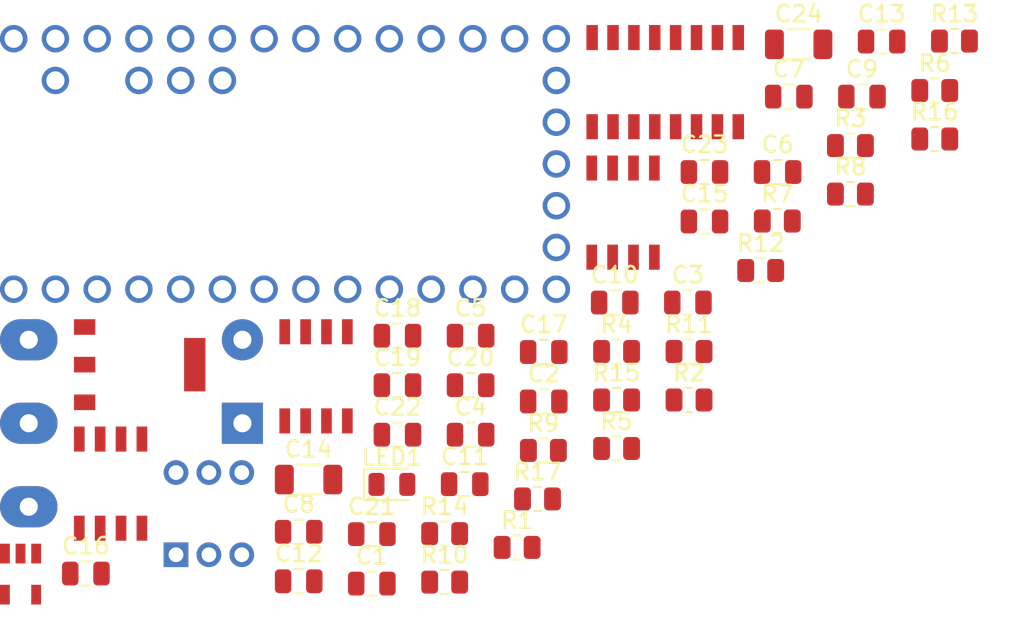
<source format=kicad_pcb>
(kicad_pcb (version 20211014) (generator pcbnew)
  (layers (0 "F.Cu" signal) (31 "B.Cu" signal) (34 "B.Paste" user) (35 "F.Paste" user) (36 "B.SilkS" user "B.Silkscreen") (37 "F.SilkS" user "F.Silkscreen") (38 "B.Mask" user) (39 "F.Mask" user) (44 "Edge.Cuts" user))
  (net 0 "")
  (net 1 "+5")
  (net 2 "/WORKING")
  (net 4 "Net-(IC2-Pad9)")
  (net 5 "Net-(IC2-Pad10)")
  (net 6 "Net-(IC2-Pad11)")
  (net 39 "/COUNTER")
  (net 40 "/REFERENCE")
  (net 44 "Net-(JP1-Pad1)")
  (net 45 "Net-(JP1-Pad2)")
  (footprint "Resistor_SMD:R_0805_2012Metric" (layer "F.Cu") (at 166.32 107.02)
    (fp_text reference "R1" (at 0 -1.65) (layer "F.SilkS"))
    (fp_text value "0805 25.5k")
    (fp_line (start -0.227064 -0.735) (end 0.227064 -0.735) (layer "F.SilkS") (width 0.12))
    (fp_line (start -0.227064 0.735) (end 0.227064 0.735) (layer "F.SilkS") (width 0.12))
    (pad "1" smd roundrect (at -0.9125 0) (size 1.025 1.4) (layers "F.Cu" "F.Paste" "F.Mask") (roundrect_rratio 0.243902) (net 1 "+5"))
    (pad "2" smd roundrect (at 0.9125 0) (size 1.025 1.4) (layers "F.Cu" "F.Paste" "F.Mask") (roundrect_rratio 0.243902) (net 1 "+5"))
  )
  (footprint "Resistor_SMD:R_0805_2012Metric" (layer "F.Cu") (at 172.37 101)
    (fp_text reference "R5" (at 0 -1.65) (layer "F.SilkS"))
    (fp_text value "0805 25.5k")
    (fp_line (start -0.227064 -0.735) (end 0.227064 -0.735) (layer "F.SilkS") (width 0.12))
    (fp_line (start -0.227064 0.735) (end 0.227064 0.735) (layer "F.SilkS") (width 0.12))
    (pad "1" smd roundrect (at -0.9125 0) (size 1.025 1.4) (layers "F.Cu" "F.Paste" "F.Mask") (roundrect_rratio 0.243902) (net 1 "+5"))
    (pad "2" smd roundrect (at 0.9125 0) (size 1.025 1.4) (layers "F.Cu" "F.Paste" "F.Mask") (roundrect_rratio 0.243902) (net 1 "+5"))
  )
  (footprint "Capacitor_SMD:C_0805_2012Metric" (layer "F.Cu") (at 172.26 92.12)
    (fp_text reference "C10" (at 0 -1.68) (layer "F.SilkS"))
    (fp_text value "0805 1u 50v")
    (fp_line (start -0.261252 0.735) (end 0.261252 0.735) (layer "F.SilkS") (width 0.12))
    (fp_line (start -0.261252 -0.735) (end 0.261252 -0.735) (layer "F.SilkS") (width 0.12))
    (pad "1" smd roundrect (at -0.95 0) (size 1 1.45) (layers "F.Cu" "F.Paste" "F.Mask") (net 1 "+5"))
    (pad "2" smd roundrect (at 0.95 0) (size 1 1.45) (layers "F.Cu" "F.Paste" "F.Mask") (net 1 "+5"))
  )
  (footprint "PCBlibrary:SOIC127P600X175-16N" (layer "F.Cu") (at 175.33 78.70952)
    (fp_text reference "IC2" hide)
    (fp_text value "MAX4617ESE+" hide)
    (pad "1" smd rect (at 4.445 -2.71202 270) (size 1.525 0.7) (layers "F.Cu") (net 1 "+5"))
    (pad "2" smd rect (at 3.175 -2.71202 270) (size 1.525 0.7) (layers "F.Cu") (net 1 "+5"))
    (pad "3" smd rect (at 1.905 -2.71202 270) (size 1.525 0.7) (layers "F.Cu") (net 2 "/WORKING"))
    (pad "4" smd rect (at 0.635 -2.71202 270) (size 1.525 0.7) (layers "F.Cu") (net 1 "+5"))
    (pad "5" smd rect (at -0.635 -2.71202 270) (size 1.525 0.7) (layers "F.Cu") (net 1 "+5"))
    (pad "6" smd rect (at -1.905 -2.71202 270) (size 1.525 0.7) (layers "F.Cu") (net 1 "+5"))
    (pad "7" smd rect (at -3.175 -2.71202 270) (size 1.525 0.7) (layers "F.Cu"))
    (pad "8" smd rect (at -4.445 -2.71202 270) (size 1.525 0.7) (layers "F.Cu") (net 1 "+5"))
    (pad "9" smd rect (at -4.445 2.712 270) (size 1.525 0.7) (layers "F.Cu") (net 4 "Net-(IC2-Pad9)"))
    (pad "10" smd rect (at -3.175 2.712 270) (size 1.525 0.7) (layers "F.Cu") (net 5 "Net-(IC2-Pad10)"))
    (pad "11" smd rect (at -1.905 2.712 270) (size 1.525 0.7) (layers "F.Cu") (net 6 "Net-(IC2-Pad11)"))
    (pad "12" smd rect (at -0.635 2.712 270) (size 1.525 0.7) (layers "F.Cu") (net 1 "+5"))
    (pad "13" smd rect (at 0.635 2.712 270) (size 1.525 0.7) (layers "F.Cu") (net 1 "+5"))
    (pad "14" smd rect (at 1.905 2.712 270) (size 1.525 0.7) (layers "F.Cu") (net 1 "+5"))
    (pad "15" smd rect (at 3.175 2.712 270) (size 1.525 0.7) (layers "F.Cu") (net 1 "+5"))
    (pad "16" smd rect (at 4.445 2.712 270) (size 1.525 0.7) (layers "F.Cu") (net 1 "+5"))
  )
  (footprint "Capacitor_SMD:C_0805_2012Metric" (layer "F.Cu") (at 153.03 109.08)
    (fp_text reference "C12" (at 0 -1.68) (layer "F.SilkS"))
    (fp_text value "0805 200p 50v")
    (fp_line (start -0.261252 -0.735) (end 0.261252 -0.735) (layer "F.SilkS") (width 0.12))
    (fp_line (start -0.261252 0.735) (end 0.261252 0.735) (layer "F.SilkS") (width 0.12))
    (pad "1" smd roundrect (at -0.95 0) (size 1 1.45) (layers "F.Cu" "F.Paste" "F.Mask") (net 1 "+5"))
    (pad "2" smd roundrect (at 0.95 0) (size 1 1.45) (layers "F.Cu" "F.Paste" "F.Mask") (net 1 "+5"))
  )
  (footprint "Capacitor_SMD:C_1206_3216Metric" (layer "F.Cu") (at 183.45 76.41)
    (fp_text reference "C24" (at 0 -1.85) (layer "F.SilkS"))
    (fp_text value "1206 47u 16v")
    (fp_line (start -0.711252 0.91) (end 0.711252 0.91) (layer "F.SilkS") (width 0.12))
    (fp_line (start -0.711252 -0.91) (end 0.711252 -0.91) (layer "F.SilkS") (width 0.12))
    (pad "1" smd roundrect (at -1.475 0) (size 1.15 1.8) (layers "F.Cu" "F.Paste" "F.Mask") (roundrect_rratio 0.217391) (net 1 "+5"))
    (pad "2" smd roundrect (at 1.475 0) (size 1.15 1.8) (layers "F.Cu" "F.Paste" "F.Mask") (roundrect_rratio 0.217391) (net 1 "+5"))
  )
  (footprint "Resistor_SMD:R_0805_2012Metric" (layer "F.Cu") (at 182.15 87.16)
    (fp_text reference "R7" (at 0 -1.65) (layer "F.SilkS"))
    (fp_text value "0805 25.5k")
    (fp_line (start -0.227064 0.735) (end 0.227064 0.735) (layer "F.SilkS") (width 0.12))
    (fp_line (start -0.227064 -0.735) (end 0.227064 -0.735) (layer "F.SilkS") (width 0.12))
    (pad "1" smd roundrect (at -0.9125 0) (size 1.025 1.4) (layers "F.Cu" "F.Paste" "F.Mask") (roundrect_rratio 0.243902) (net 1 "+5"))
    (pad "2" smd roundrect (at 0.9125 0) (size 1.025 1.4) (layers "F.Cu" "F.Paste" "F.Mask") (roundrect_rratio 0.243902) (net 1 "+5"))
  )
  (footprint "PCBlibrary:SOIC127P600X175-8N" (layer "F.Cu") (at 172.765 86.64952)
    (fp_text reference "IC1" hide)
    (fp_text value "LMP7702MA_NOPB" hide)
    (pad "1" smd rect (at -1.905 2.712 90) (size 1.525 0.65) (layers "F.Cu") (net 1 "+5"))
    (pad "2" smd rect (at -0.635 2.712 90) (size 1.525 0.65) (layers "F.Cu") (net 1 "+5"))
    (pad "3" smd rect (at 0.635 2.712 90) (size 1.525 0.65) (layers "F.Cu") (net 1 "+5"))
    (pad "4" smd rect (at 1.905 2.712 90) (size 1.525 0.65) (layers "F.Cu") (net 1 "+5"))
    (pad "5" smd rect (at 1.905 -2.71202 90) (size 1.525 0.65) (layers "F.Cu") (net 1 "+5"))
    (pad "6" smd rect (at 0.635 -2.71202 90) (size 1.525 0.65) (layers "F.Cu") (net 1 "+5"))
    (pad "7" smd rect (at -0.635 -2.71202 90) (size 1.525 0.65) (layers "F.Cu") (net 1 "+5"))
    (pad "8" smd rect (at -1.905 -2.71202 90) (size 1.525 0.65) (layers "F.Cu") (net 1 "+5"))
  )
  (footprint "PCBlibrary:SOT95P280X145-5N" (layer "F.Cu") (at 136.10501 108.64498)
    (fp_text reference "PS1" hide)
    (fp_text value "TPS60403DBVR" hide)
    (pad "1" smd rect (at 0.95001 -1.24998 270) (size 1.2 0.6) (layers "F.Cu") (net 1 "+5"))
    (pad "2" smd rect (at 0 -1.24998 270) (size 1.2 0.6) (layers "F.Cu") (net 1 "+5"))
    (pad "3" smd rect (at -0.95001 -1.24998 270) (size 1.2 0.6) (layers "F.Cu") (net 1 "+5"))
    (pad "4" smd rect (at -0.95001 1.24998 270) (size 1.2 0.6) (layers "F.Cu") (net 1 "+5"))
    (pad "5" smd rect (at 0.95001 1.24998 270) (size 1.2 0.6) (layers "F.Cu") (net 1 "+5"))
  )
  (footprint "Capacitor_SMD:C_0805_2012Metric" (layer "F.Cu") (at 177.72 87.19)
    (fp_text reference "C15" (at 0 -1.68) (layer "F.SilkS"))
    (fp_text value "0805 20p 50v")
    (fp_line (start -0.261252 0.735) (end 0.261252 0.735) (layer "F.SilkS") (width 0.12))
    (fp_line (start -0.261252 -0.735) (end 0.261252 -0.735) (layer "F.SilkS") (width 0.12))
    (pad "1" smd roundrect (at -0.95 0) (size 1 1.45) (layers "F.Cu" "F.Paste" "F.Mask") (net 1 "+5"))
    (pad "2" smd roundrect (at 0.95 0) (size 1 1.45) (layers "F.Cu" "F.Paste" "F.Mask") (net 1 "+5"))
  )
  (footprint "Resistor_SMD:R_0805_2012Metric" (layer "F.Cu") (at 172.37 98.05)
    (fp_text reference "R15" (at 0 -1.65) (layer "F.SilkS"))
    (fp_text value "0805 3M")
    (fp_line (start -0.227064 -0.735) (end 0.227064 -0.735) (layer "F.SilkS") (width 0.12))
    (fp_line (start -0.227064 0.735) (end 0.227064 0.735) (layer "F.SilkS") (width 0.12))
    (pad "1" smd roundrect (at -0.9125 0) (size 1.025 1.4) (layers "F.Cu" "F.Paste" "F.Mask") (roundrect_rratio 0.243902) (net 1 "+5"))
    (pad "2" smd roundrect (at 0.9125 0) (size 1.025 1.4) (layers "F.Cu" "F.Paste" "F.Mask") (roundrect_rratio 0.243902) (net 1 "+5"))
  )
  (footprint "PCBlibrary:SOT229P700X180-4N" (layer "F.Cu") (at 143.35501 95.90003)
    (fp_text reference "IC3" hide)
    (fp_text value "AMS1117-5.0" hide)
    (pad "1" smd rect (at -3.35001 -2.29003) (size 1.3 0.95) (layers "F.Cu") (net 1 "+5"))
    (pad "2" smd rect (at -3.35001 -0.00001) (size 1.3 0.95) (layers "F.Cu") (net 1 "+5"))
    (pad "3" smd rect (at -3.35001 2.29) (size 1.3 0.95) (layers "F.Cu") (net 1 "+5"))
    (pad "4" smd rect (at 3.35001 -0.00001 90) (size 3.25 1.3) (layers "F.Cu"))
  )
  (footprint "Resistor_SMD:R_0805_2012Metric" (layer "F.Cu") (at 167.56 104.07)
    (fp_text reference "R17" (at 0 -1.65) (layer "F.SilkS"))
    (fp_text value "0805 100M")
    (fp_line (start -0.227064 0.735) (end 0.227064 0.735) (layer "F.SilkS") (width 0.12))
    (fp_line (start -0.227064 -0.735) (end 0.227064 -0.735) (layer "F.SilkS") (width 0.12))
    (pad "1" smd roundrect (at -0.9125 0) (size 1.025 1.4) (layers "F.Cu" "F.Paste" "F.Mask") (roundrect_rratio 0.243902) (net 1 "+5"))
    (pad "2" smd roundrect (at 0.9125 0) (size 1.025 1.4) (layers "F.Cu" "F.Paste" "F.Mask") (roundrect_rratio 0.243902) (net 1 "+5"))
  )
  (footprint "Capacitor_SMD:C_0805_2012Metric" (layer "F.Cu") (at 188.5 76.24)
    (fp_text reference "C13" (at 0 -1.68) (layer "F.SilkS"))
    (fp_text value "0805 100n 50v")
    (fp_line (start -0.261252 -0.735) (end 0.261252 -0.735) (layer "F.SilkS") (width 0.12))
    (fp_line (start -0.261252 0.735) (end 0.261252 0.735) (layer "F.SilkS") (width 0.12))
    (pad "1" smd roundrect (at -0.95 0) (size 1 1.45) (layers "F.Cu" "F.Paste" "F.Mask") (net 1 "+5"))
    (pad "2" smd roundrect (at 0.95 0) (size 1 1.45) (layers "F.Cu" "F.Paste" "F.Mask") (net 1 "+5"))
  )
  (footprint "Capacitor_SMD:C_0805_2012Metric" (layer "F.Cu") (at 159.04 94.14)
    (fp_text reference "C18" (at 0 -1.68) (layer "F.SilkS"))
    (fp_text value "0805 100n 50v")
    (fp_line (start -0.261252 -0.735) (end 0.261252 -0.735) (layer "F.SilkS") (width 0.12))
    (fp_line (start -0.261252 0.735) (end 0.261252 0.735) (layer "F.SilkS") (width 0.12))
    (pad "1" smd roundrect (at -0.95 0) (size 1 1.45) (layers "F.Cu" "F.Paste" "F.Mask") (net 1 "+5"))
    (pad "2" smd roundrect (at 0.95 0) (size 1 1.45) (layers "F.Cu" "F.Paste" "F.Mask") (net 1 "+5"))
  )
  (footprint "PCBlibrary:KFT DIP-7X7" (layer "F.Cu") (at 147.56499 104.96502)
    (fp_text reference "SW1" hide)
    (fp_text value "KET_7X7" hide)
    (pad "1" thru_hole rect (at -1.99999 2.50002 270) (size 1.5 1.5) (drill 0.9) (layers *.Cu))
    (pad "2" thru_hole circle (at 0 2.50002 270) (size 1.5 1.5) (drill 0.9) (layers *.Cu) (net 1 "+5"))
    (pad "3" thru_hole circle (at 2 2.50002 270) (size 1.5 1.5) (drill 0.9) (layers *.Cu) (net 44 "Net-(JP1-Pad1)"))
    (pad "4" thru_hole circle (at 2 -2.50002 270) (size 1.5 1.5) (drill 0.9) (layers *.Cu) (net 45 "Net-(JP1-Pad2)"))
    (pad "5" thru_hole circle (at 0 -2.50002 270) (size 1.5 1.5) (drill 0.9) (layers *.Cu) (net 1 "+5"))
    (pad "6" thru_hole circle (at -1.99999 -2.50002 270) (size 1.5 1.5) (drill 0.9) (layers *.Cu))
  )
  (footprint "Resistor_SMD:R_0805_2012Metric" (layer "F.Cu") (at 172.37 95.1)
    (fp_text reference "R4" (at 0 -1.65) (layer "F.SilkS"))
    (fp_text value "0805 25.5k")
    (fp_line (start -0.227064 -0.735) (end 0.227064 -0.735) (layer "F.SilkS") (width 0.12))
    (fp_line (start -0.227064 0.735) (end 0.227064 0.735) (layer "F.SilkS") (width 0.12))
    (pad "1" smd roundrect (at -0.9125 0) (size 1.025 1.4) (layers "F.Cu" "F.Paste" "F.Mask") (roundrect_rratio 0.243902) (net 1 "+5"))
    (pad "2" smd roundrect (at 0.9125 0) (size 1.025 1.4) (layers "F.Cu" "F.Paste" "F.Mask") (roundrect_rratio 0.243902) (net 1 "+5"))
  )
  (footprint "Capacitor_SMD:C_0805_2012Metric" (layer "F.Cu") (at 163.49 100.16)
    (fp_text reference "C4" (at 0 -1.68) (layer "F.SilkS"))
    (fp_text value "0603 200p 50v")
    (fp_line (start -0.261252 -0.735) (end 0.261252 -0.735) (layer "F.SilkS") (width 0.12))
    (fp_line (start -0.261252 0.735) (end 0.261252 0.735) (layer "F.SilkS") (width 0.12))
    (pad "1" smd roundrect (at -0.95 0) (size 1 1.45) (layers "F.Cu" "F.Paste" "F.Mask") (net 1 "+5"))
    (pad "2" smd roundrect (at 0.95 0) (size 1 1.45) (layers "F.Cu" "F.Paste" "F.Mask") (net 1 "+5"))
  )
  (footprint "Resistor_SMD:R_0805_2012Metric" (layer "F.Cu") (at 191.73 82.17)
    (fp_text reference "R16" (at 0 -1.65) (layer "F.SilkS"))
    (fp_text value "0805 25.5k")
    (fp_line (start -0.227064 -0.735) (end 0.227064 -0.735) (layer "F.SilkS") (width 0.12))
    (fp_line (start -0.227064 0.735) (end 0.227064 0.735) (layer "F.SilkS") (width 0.12))
    (pad "1" smd roundrect (at -0.9125 0) (size 1.025 1.4) (layers "F.Cu" "F.Paste" "F.Mask") (roundrect_rratio 0.243902) (net 1 "+5"))
    (pad "2" smd roundrect (at 0.9125 0) (size 1.025 1.4) (layers "F.Cu" "F.Paste" "F.Mask") (roundrect_rratio 0.243902) (net 1 "+5"))
  )
  (footprint "Resistor_SMD:R_0805_2012Metric" (layer "F.Cu") (at 192.93 76.21)
    (fp_text reference "R13" (at 0 -1.65) (layer "F.SilkS"))
    (fp_text value "0805 300k")
    (fp_line (start -0.227064 0.735) (end 0.227064 0.735) (layer "F.SilkS") (width 0.12))
    (fp_line (start -0.227064 -0.735) (end 0.227064 -0.735) (layer "F.SilkS") (width 0.12))
    (pad "1" smd roundrect (at -0.9125 0) (size 1.025 1.4) (layers "F.Cu" "F.Paste" "F.Mask") (roundrect_rratio 0.243902) (net 1 "+5"))
    (pad "2" smd roundrect (at 0.9125 0) (size 1.025 1.4) (layers "F.Cu" "F.Paste" "F.Mask") (roundrect_rratio 0.243902) (net 1 "+5"))
  )
  (footprint "Resistor_SMD:R_0805_2012Metric" (layer "F.Cu") (at 167.92 101.12)
    (fp_text reference "R9" (at 0 -1.65) (layer "F.SilkS"))
    (fp_text value "0 ohme")
    (fp_line (start -0.227064 0.735) (end 0.227064 0.735) (layer "F.SilkS") (width 0.12))
    (fp_line (start -0.227064 -0.735) (end 0.227064 -0.735) (layer "F.SilkS") (width 0.12))
    (pad "1" smd roundrect (at -0.9125 0) (size 1.025 1.4) (layers "F.Cu" "F.Paste" "F.Mask") (roundrect_rratio 0.243902) (net 1 "+5"))
    (pad "2" smd roundrect (at 0.9125 0) (size 1.025 1.4) (layers "F.Cu" "F.Paste" "F.Mask") (roundrect_rratio 0.243902) (net 1 "+5"))
  )
  (footprint "Capacitor_SMD:C_0805_2012Metric" (layer "F.Cu") (at 153.03 106.07)
    (fp_text reference "C8" (at 0 -1.68) (layer "F.SilkS"))
    (fp_text value "0805 100n 50v")
    (fp_line (start -0.261252 0.735) (end 0.261252 0.735) (layer "F.SilkS") (width 0.12))
    (fp_line (start -0.261252 -0.735) (end 0.261252 -0.735) (layer "F.SilkS") (width 0.12))
    (pad "1" smd roundrect (at -0.95 0) (size 1 1.45) (layers "F.Cu" "F.Paste" "F.Mask") (net 1 "+5"))
    (pad "2" smd roundrect (at 0.95 0) (size 1 1.45) (layers "F.Cu" "F.Paste" "F.Mask") (net 1 "+5"))
  )
  (footprint "Capacitor_SMD:C_0805_2012Metric" (layer "F.Cu") (at 163.49 97.15)
    (fp_text reference "C20" (at 0 -1.68) (layer "F.SilkS"))
    (fp_text value "0805 1u 50v")
    (fp_line (start -0.261252 -0.735) (end 0.261252 -0.735) (layer "F.SilkS") (width 0.12))
    (fp_line (start -0.261252 0.735) (end 0.261252 0.735) (layer "F.SilkS") (width 0.12))
    (pad "1" smd roundrect (at -0.95 0) (size 1 1.45) (layers "F.Cu" "F.Paste" "F.Mask") (net 1 "+5"))
    (pad "2" smd roundrect (at 0.95 0) (size 1 1.45) (layers "F.Cu" "F.Paste" "F.Mask") (net 1 "+5"))
  )
  (footprint "Capacitor_SMD:C_0805_2012Metric" (layer "F.Cu") (at 140.08 108.61)
    (fp_text reference "C16" (at 0 -1.68) (layer "F.SilkS"))
    (fp_text value "0805 1u 50v")
    (fp_line (start -0.261252 -0.735) (end 0.261252 -0.735) (layer "F.SilkS") (width 0.12))
    (fp_line (start -0.261252 0.735) (end 0.261252 0.735) (layer "F.SilkS") (width 0.12))
    (pad "1" smd roundrect (at -0.95 0) (size 1 1.45) (layers "F.Cu" "F.Paste" "F.Mask") (net 1 "+5"))
    (pad "2" smd roundrect (at 0.95 0) (size 1 1.45) (layers "F.Cu" "F.Paste" "F.Mask") (net 1 "+5"))
  )
  (footprint "Capacitor_SMD:C_0805_2012Metric" (layer "F.Cu") (at 177.72 84.18)
    (fp_text reference "C23" (at 0 -1.68) (layer "F.SilkS"))
    (fp_text value "0805 1u 50v")
    (fp_line (start -0.261252 -0.735) (end 0.261252 -0.735) (layer "F.SilkS") (width 0.12))
    (fp_line (start -0.261252 0.735) (end 0.261252 0.735) (layer "F.SilkS") (width 0.12))
    (pad "1" smd roundrect (at -0.95 0) (size 1 1.45) (layers "F.Cu" "F.Paste" "F.Mask") (net 1 "+5"))
    (pad "2" smd roundrect (at 0.95 0) (size 1 1.45) (layers "F.Cu" "F.Paste" "F.Mask") (net 1 "+5"))
  )
  (footprint "Capacitor_SMD:C_0805_2012Metric" (layer "F.Cu") (at 167.94 98.14)
    (fp_text reference "C2" (at 0 -1.68) (layer "F.SilkS"))
    (fp_text value "0805 100n 50v")
    (fp_line (start -0.261252 0.735) (end 0.261252 0.735) (layer "F.SilkS") (width 0.12))
    (fp_line (start -0.261252 -0.735) (end 0.261252 -0.735) (layer "F.SilkS") (width 0.12))
    (pad "1" smd roundrect (at -0.95 0) (size 1 1.45) (layers "F.Cu" "F.Paste" "F.Mask") (net 1 "+5"))
    (pad "2" smd roundrect (at 0.95 0) (size 1 1.45) (layers "F.Cu" "F.Paste" "F.Mask") (net 1 "+5"))
  )
  (footprint "Resistor_SMD:R_0805_2012Metric" (layer "F.Cu") (at 191.73 79.22)
    (fp_text reference "R6" (at 0 -1.65) (layer "F.SilkS"))
    (fp_text value "0805 25.5")
    (fp_line (start -0.227064 0.735) (end 0.227064 0.735) (layer "F.SilkS") (width 0.12))
    (fp_line (start -0.227064 -0.735) (end 0.227064 -0.735) (layer "F.SilkS") (width 0.12))
    (pad "1" smd roundrect (at -0.9125 0) (size 1.025 1.4) (layers "F.Cu" "F.Paste" "F.Mask") (roundrect_rratio 0.243902) (net 1 "+5"))
    (pad "2" smd roundrect (at 0.9125 0) (size 1.025 1.4) (layers "F.Cu" "F.Paste" "F.Mask") (roundrect_rratio 0.243902) (net 1 "+5"))
  )
  (footprint "Capacitor_SMD:C_0805_2012Metric" (layer "F.Cu") (at 182.17 84.18)
    (fp_text reference "C6" (at 0 -1.68) (layer "F.SilkS"))
    (fp_text value "0603 200p 50v")
    (fp_line (start -0.261252 -0.735) (end 0.261252 -0.735) (layer "F.SilkS") (width 0.12))
    (fp_line (start -0.261252 0.735) (end 0.261252 0.735) (layer "F.SilkS") (width 0.12))
    (pad "1" smd roundrect (at -0.95 0) (size 1 1.45) (layers "F.Cu" "F.Paste" "F.Mask") (net 1 "+5"))
    (pad "2" smd roundrect (at 0.95 0) (size 1 1.45) (layers "F.Cu" "F.Paste" "F.Mask") (net 1 "+5"))
  )
  (footprint "Capacitor_SMD:C_0805_2012Metric" (layer "F.Cu") (at 163.49 94.14)
    (fp_text reference "C5" (at 0 -1.68) (layer "F.SilkS"))
    (fp_text value "0805 100n 50v")
    (fp_line (start -0.261252 0.735) (end 0.261252 0.735) (layer "F.SilkS") (width 0.12))
    (fp_line (start -0.261252 -0.735) (end 0.261252 -0.735) (layer "F.SilkS") (width 0.12))
    (pad "1" smd roundrect (at -0.95 0) (size 1 1.45) (layers "F.Cu" "F.Paste" "F.Mask") (net 1 "+5"))
    (pad "2" smd roundrect (at 0.95 0) (size 1 1.45) (layers "F.Cu" "F.Paste" "F.Mask") (net 1 "+5"))
  )
  (footprint "Resistor_SMD:R_0805_2012Metric" (layer "F.Cu") (at 186.6 82.57)
    (fp_text reference "R3" (at 0 -1.65) (layer "F.SilkS"))
    (fp_text value "0805 25.5k")
    (fp_line (start -0.227064 -0.735) (end 0.227064 -0.735) (layer "F.SilkS") (width 0.12))
    (fp_line (start -0.227064 0.735) (end 0.227064 0.735) (layer "F.SilkS") (width 0.12))
    (pad "1" smd roundrect (at -0.9125 0) (size 1.025 1.4) (layers "F.Cu" "F.Paste" "F.Mask") (roundrect_rratio 0.243902) (net 1 "+5"))
    (pad "2" smd roundrect (at 0.9125 0) (size 1.025 1.4) (layers "F.Cu" "F.Paste" "F.Mask") (roundrect_rratio 0.243902) (net 1 "+5"))
  )
  (footprint "Capacitor_SMD:C_0805_2012Metric" (layer "F.Cu") (at 187.3 79.59)
    (fp_text reference "C9" (at 0 -1.68) (layer "F.SilkS"))
    (fp_text value "0805 2n 50v")
    (fp_line (start -0.261252 -0.735) (end 0.261252 -0.735) (layer "F.SilkS") (width 0.12))
    (fp_line (start -0.261252 0.735) (end 0.261252 0.735) (layer "F.SilkS") (width 0.12))
    (pad "1" smd roundrect (at -0.95 0) (size 1 1.45) (layers "F.Cu" "F.Paste" "F.Mask") (net 1 "+5"))
    (pad "2" smd roundrect (at 0.95 0) (size 1 1.45) (layers "F.Cu" "F.Paste" "F.Mask") (net 1 "+5"))
  )
  (footprint "Resistor_SMD:R_0805_2012Metric" (layer "F.Cu") (at 181.14 90.17)
    (fp_text reference "R12" (at 0 -1.65) (layer "F.SilkS"))
    (fp_text value "0805 25.5k")
    (fp_line (start -0.227064 0.735) (end 0.227064 0.735) (layer "F.SilkS") (width 0.12))
    (fp_line (start -0.227064 -0.735) (end 0.227064 -0.735) (layer "F.SilkS") (width 0.12))
    (pad "1" smd roundrect (at -0.9125 0) (size 1.025 1.4) (layers "F.Cu" "F.Paste" "F.Mask") (roundrect_rratio 0.243902) (net 1 "+5"))
    (pad "2" smd roundrect (at 0.9125 0) (size 1.025 1.4) (layers "F.Cu" "F.Paste" "F.Mask") (roundrect_rratio 0.243902) (net 1 "+5"))
  )
  (footprint "Capacitor_SMD:C_0805_2012Metric" (layer "F.Cu") (at 182.85 79.59)
    (fp_text reference "C7" (at 0 -1.68) (layer "F.SilkS"))
    (fp_text value "0805 56n 50v")
    (fp_line (start -0.261252 -0.735) (end 0.261252 -0.735) (layer "F.SilkS") (width 0.12))
    (fp_line (start -0.261252 0.735) (end 0.261252 0.735) (layer "F.SilkS") (width 0.12))
    (pad "1" smd roundrect (at -0.95 0) (size 1 1.45) (layers "F.Cu" "F.Paste" "F.Mask") (net 1 "+5"))
    (pad "2" smd roundrect (at 0.95 0) (size 1 1.45) (layers "F.Cu" "F.Paste" "F.Mask") (net 1 "+5"))
  )
  (footprint "LED_SMD:LED_0805_2012Metric" (layer "F.Cu") (at 158.7 103.185)
    (fp_text reference "LED1" (at 0 -1.65) (layer "F.SilkS"))
    (fp_text value "0805 红色")
    (fp_line (start 1 -0.96) (end -1.685 -0.96) (layer "F.SilkS") (width 0.12))
    (fp_line (start -1.685 -0.96) (end -1.685 0.96) (layer "F.SilkS") (width 0.12))
    (fp_line (start -1.685 0.96) (end 1 0.96) (layer "F.SilkS") (width 0.12))
    (pad "1" smd roundrect (at -0.9375 0) (size 0.975 1.4) (layers "F.Cu" "F.Paste" "F.Mask") (net 1 "+5"))
    (pad "2" smd roundrect (at 0.9375 0) (size 0.975 1.4) (layers "F.Cu" "F.Paste" "F.Mask") (net 1 "+5"))
  )
  (footprint "PCBlibrary:SOIC127P600X175-8N" (layer "F.Cu") (at 141.585 103.13952)
    (fp_text reference "IC6" hide)
    (fp_text value "LMP7721MA_NOPB" hide)
    (pad "1" smd rect (at -1.905 2.712 90) (size 1.525 0.65) (layers "F.Cu") (net 1 "+5"))
    (pad "2" smd rect (at -0.635 2.712 90) (size 1.525 0.65) (layers "F.Cu"))
    (pad "3" smd rect (at 0.635 2.712 90) (size 1.525 0.65) (layers "F.Cu") (net 1 "+5"))
    (pad "4" smd rect (at 1.905 2.712 90) (size 1.525 0.65) (layers "F.Cu") (net 1 "+5"))
    (pad "5" smd rect (at 1.905 -2.71202 90) (size 1.525 0.65) (layers "F.Cu"))
    (pad "6" smd rect (at 0.635 -2.71202 90) (size 1.525 0.65) (layers "F.Cu") (net 1 "+5"))
    (pad "7" smd rect (at -0.635 -2.71202 90) (size 1.525 0.65) (layers "F.Cu"))
    (pad "8" smd rect (at -1.905 -2.71202 90) (size 1.525 0.65) (layers "F.Cu") (net 2 "/WORKING"))
  )
  (footprint "PCBlibrary:KF128-5.08-3P" (layer "F.Cu") (at 136.605 99.46501)
    (fp_text reference "JP2" hide)
    (fp_text value " " hide)
    (pad "1" thru_hole oval (at 0 -5.08001 90) (size 2.5 3.5) (drill 1.1) (layers *.Cu) (net 2 "/WORKING"))
    (pad "2" thru_hole oval (at 0 -0.00001 90) (size 2.5 3.5) (drill 1.1) (layers *.Cu) (net 39 "/COUNTER"))
    (pad "3" thru_hole oval (at 0 5.07999 90) (size 2.5 3.5) (drill 1.1) (layers *.Cu) (net 40 "/REFERENCE"))
  )
  (footprint "PCBlibrary:SOIC127P600X175-8N" (layer "F.Cu") (at 154.085 96.60952)
    (fp_text reference "IC5" hide)
    (fp_text value "LMP7702MA_NOPB" hide)
    (pad "1" smd rect (at -1.905 2.712 90) (size 1.525 0.65) (layers "F.Cu") (net 39 "/COUNTER"))
    (pad "2" smd rect (at -0.635 2.712 90) (size 1.525 0.65) (layers "F.Cu") (net 1 "+5"))
    (pad "3" smd rect (at 0.635 2.712 90) (size 1.525 0.65) (layers "F.Cu") (net 1 "+5"))
    (pad "4" smd rect (at 1.905 2.712 90) (size 1.525 0.65) (layers "F.Cu") (net 1 "+5"))
    (pad "5" smd rect (at 1.905 -2.71202 90) (size 1.525 0.65) (layers "F.Cu") (net 40 "/REFERENCE"))
    (pad "6" smd rect (at 0.635 -2.71202 90) (size 1.525 0.65) (layers "F.Cu") (net 1 "+5"))
    (pad "7" smd rect (at -0.635 -2.71202 90) (size 1.525 0.65) (layers "F.Cu") (net 1 "+5"))
    (pad "8" smd rect (at -1.905 -2.71202 90) (size 1.525 0.65) (layers "F.Cu") (net 1 "+5"))
  )
  (footprint "Resistor_SMD:R_0805_2012Metric" (layer "F.Cu") (at 176.78 98.05)
    (fp_text reference "R2" (at 0 -1.65) (layer "F.SilkS"))
    (fp_text value "0805 25.5k")
    (fp_line (start -0.227064 0.735) (end 0.227064 0.735) (layer "F.SilkS") (width 0.12))
    (fp_line (start -0.227064 -0.735) (end 0.227064 -0.735) (layer "F.SilkS") (width 0.12))
    (pad "1" smd roundrect (at -0.9125 0) (size 1.025 1.4) (layers "F.Cu" "F.Paste" "F.Mask") (roundrect_rratio 0.243902) (net 1 "+5"))
    (pad "2" smd roundrect (at 0.9125 0) (size 1.025 1.4) (layers "F.Cu" "F.Paste" "F.Mask") (roundrect_rratio 0.243902) (net 1 "+5"))
  )
  (footprint "Capacitor_SMD:C_0805_2012Metric" (layer "F.Cu") (at 157.48 106.21)
    (fp_text reference "C21" (at 0 -1.68) (layer "F.SilkS"))
    (fp_text value "0805 100n 50v")
    (fp_line (start -0.261252 -0.735) (end 0.261252 -0.735) (layer "F.SilkS") (width 0.12))
    (fp_line (start -0.261252 0.735) (end 0.261252 0.735) (layer "F.SilkS") (width 0.12))
    (pad "1" smd roundrect (at -0.95 0) (size 1 1.45) (layers "F.Cu" "F.Paste" "F.Mask") (net 1 "+5"))
    (pad "2" smd roundrect (at 0.95 0) (size 1 1.45) (layers "F.Cu" "F.Paste" "F.Mask") (net 1 "+5"))
  )
  (footprint "Capacitor_SMD:C_0805_2012Metric" (layer "F.Cu") (at 163.13 103.17)
    (fp_text reference "C11" (at 0 -1.68) (layer "F.SilkS"))
    (fp_text value "0805 100n 50v")
    (fp_line (start -0.261252 -0.735) (end 0.261252 -0.735) (layer "F.SilkS") (width 0.12))
    (fp_line (start -0.261252 0.735) (end 0.261252 0.735) (layer "F.SilkS") (width 0.12))
    (pad "1" smd roundrect (at -0.95 0) (size 1 1.45) (layers "F.Cu" "F.Paste" "F.Mask") (net 1 "+5"))
    (pad "2" smd roundrect (at 0.95 0) (size 1 1.45) (layers "F.Cu" "F.Paste" "F.Mask") (net 1 "+5"))
  )
  (footprint "Capacitor_SMD:C_0805_2012Metric" (layer "F.Cu") (at 176.71 92.12)
    (fp_text reference "C3" (at 0 -1.68) (layer "F.SilkS"))
    (fp_text value "0603 200p 50v")
    (fp_line (start -0.261252 0.735) (end 0.261252 0.735) (layer "F.SilkS") (width 0.12))
    (fp_line (start -0.261252 -0.735) (end 0.261252 -0.735) (layer "F.SilkS") (width 0.12))
    (pad "1" smd roundrect (at -0.95 0) (size 1 1.45) (layers "F.Cu" "F.Paste" "F.Mask") (net 1 "+5"))
    (pad "2" smd roundrect (at 0.95 0) (size 1 1.45) (layers "F.Cu" "F.Paste" "F.Mask") (net 1 "+5"))
  )
  (footprint "Resistor_SMD:R_0805_2012Metric" (layer "F.Cu") (at 161.91 106.18)
    (fp_text reference "R14" (at 0 -1.65) (layer "F.SilkS"))
    (fp_text value "0805 30M")
    (fp_line (start -0.227064 0.735) (end 0.227064 0.735) (layer "F.SilkS") (width 0.12))
    (fp_line (start -0.227064 -0.735) (end 0.227064 -0.735) (layer "F.SilkS") (width 0.12))
    (pad "1" smd roundrect (at -0.9125 0) (size 1.025 1.4) (layers "F.Cu" "F.Paste" "F.Mask") (roundrect_rratio 0.243902) (net 1 "+5"))
    (pad "2" smd roundrect (at 0.9125 0) (size 1.025 1.4) (layers "F.Cu" "F.Paste" "F.Mask") (roundrect_rratio 0.243902) (net 1 "+5"))
  )
  (footprint "Resistor_SMD:R_0805_2012Metric" (layer "F.Cu") (at 176.78 95.1)
    (fp_text reference "R11" (at 0 -1.65) (layer "F.SilkS"))
    (fp_text value "0805 30k")
    (fp_line (start -0.227064 0.735) (end 0.227064 0.735) (layer "F.SilkS") (width 0.12))
    (fp_line (start -0.227064 -0.735) (end 0.227064 -0.735) (layer "F.SilkS") (width 0.12))
    (pad "1" smd roundrect (at -0.9125 0) (size 1.025 1.4) (layers "F.Cu" "F.Paste" "F.Mask") (roundrect_rratio 0.243902) (net 1 "+5"))
    (pad "2" smd roundrect (at 0.9125 0) (size 1.025 1.4) (layers "F.Cu" "F.Paste" "F.Mask") (roundrect_rratio 0.243902) (net 1 "+5"))
  )
  (footprint "Capacitor_SMD:C_0805_2012Metric" (layer "F.Cu") (at 157.48 109.22)
    (fp_text reference "C1" (at 0 -1.68) (layer "F.SilkS"))
    (fp_text value "0603 200p 50v")
    (fp_line (start -0.261252 -0.735) (end 0.261252 -0.735) (layer "F.SilkS") (width 0.12))
    (fp_line (start -0.261252 0.735) (end 0.261252 0.735) (layer "F.SilkS") (width 0.12))
    (pad "1" smd roundrect (at -0.95 0) (size 1 1.45) (layers "F.Cu" "F.Paste" "F.Mask") (net 1 "+5"))
    (pad "2" smd roundrect (at 0.95 0) (size 1 1.45) (layers "F.Cu" "F.Paste" "F.Mask") (net 1 "+5"))
  )
  (footprint "Resistor_SMD:R_0805_2012Metric" (layer "F.Cu") (at 161.91 109.13)
    (fp_text reference "R10" (at 0 -1.65) (layer "F.SilkS"))
    (fp_text value "0805 3k")
    (fp_line (start -0.227064 -0.735) (end 0.227064 -0.735) (layer "F.SilkS") (width 0.12))
    (fp_line (start -0.227064 0.735) (end 0.227064 0.735) (layer "F.SilkS") (width 0.12))
    (pad "1" smd roundrect (at -0.9125 0) (size 1.025 1.4) (layers "F.Cu" "F.Paste" "F.Mask") (roundrect_rratio 0.243902) (net 1 "+5"))
    (pad "2" smd roundrect (at 0.9125 0) (size 1.025 1.4) (layers "F.Cu" "F.Paste" "F.Mask") (roundrect_rratio 0.243902) (net 1 "+5"))
  )
  (footprint "Capacitor_SMD:C_0805_2012Metric" (layer "F.Cu") (at 159.04 100.16)
    (fp_text reference "C22" (at 0 -1.68) (layer "F.SilkS"))
    (fp_text value "0805 100n 50v")
    (fp_line (start -0.261252 -0.735) (end 0.261252 -0.735) (layer "F.SilkS") (width 0.12))
    (fp_line (start -0.261252 0.735) (end 0.261252 0.735) (layer "F.SilkS") (width 0.12))
    (pad "1" smd roundrect (at -0.95 0) (size 1 1.45) (layers "F.Cu" "F.Paste" "F.Mask") (net 1 "+5"))
    (pad "2" smd roundrect (at 0.95 0) (size 1 1.45) (layers "F.Cu" "F.Paste" "F.Mask") (net 1 "+5"))
  )
  (footprint "Capacitor_SMD:C_0805_2012Metric" (layer "F.Cu") (at 159.04 97.15)
    (fp_text reference "C19" (at 0 -1.68) (layer "F.SilkS"))
    (fp_text value "0805 1u 50v")
    (fp_line (start -0.261252 -0.735) (end 0.261252 -0.735) (layer "F.SilkS") (width 0.12))
    (fp_line (start -0.261252 0.735) (end 0.261252 0.735) (layer "F.SilkS") (width 0.12))
    (pad "1" smd roundrect (at -0.95 0) (size 1 1.45) (layers "F.Cu" "F.Paste" "F.Mask") (net 1 "+5"))
    (pad "2" smd roundrect (at 0.95 0) (size 1 1.45) (layers "F.Cu" "F.Paste" "F.Mask") (net 1 "+5"))
  )
  (footprint "Capacitor_SMD:C_1206_3216Metric" (layer "F.Cu") (at 153.63 102.89)
    (fp_text reference "C14" (at 0 -1.85) (layer "F.SilkS"))
    (fp_text value "1206 47u 16v")
    (fp_line (start -0.711252 -0.91) (end 0.711252 -0.91) (layer "F.SilkS") (width 0.12))
    (fp_line (start -0.711252 0.91) (end 0.711252 0.91) (layer "F.SilkS") (width 0.12))
    (pad "1" smd roundrect (at -1.475 0) (size 1.15 1.8) (layers "F.Cu" "F.Paste" "F.Mask") (roundrect_rratio 0.217391) (net 1 "+5"))
    (pad "2" smd roundrect (at 1.475 0) (size 1.15 1.8) (layers "F.Cu" "F.Paste" "F.Mask") (roundrect_rratio 0.217391) (net 1 "+5"))
  )
  (footprint "Capacitor_SMD:C_0805_2012Metric" (layer "F.Cu") (at 167.94 95.13)
    (fp_text reference "C17" (at 0 -1.68) (layer "F.SilkS"))
    (fp_text value "0805 100n 50v")
    (fp_line (start -0.261252 0.735) (end 0.261252 0.735) (layer "F.SilkS") (width 0.12))
    (fp_line (start -0.261252 -0.735) (end 0.261252 -0.735) (layer "F.SilkS") (width 0.12))
    (pad "1" smd roundrect (at -0.95 0) (size 1 1.45) (layers "F.Cu" "F.Paste" "F.Mask") (net 1 "+5"))
    (pad "2" smd roundrect (at 0.95 0) (size 1 1.45) (layers "F.Cu" "F.Paste" "F.Mask") (net 1 "+5"))
  )
  (footprint "PCBlibrary:TEENSY32" (layer "F.Cu") (at 140.7675 91.30751)
    (fp_text reference "IC4" hide)
    (fp_text value "TEENSY3.2" hide)
    (pad "1" thru_hole circle (at 0 -0.00001) (size 1.665 1.665) (drill 1.11) (layers *.Cu))
    (pad "2" thru_hole circle (at 2.54 -0.00001) (size 1.665 1.665) (drill 1.11) (layers *.Cu))
    (pad "3" thru_hole circle (at 5.08 -0.00001) (size 1.665 1.665) (drill 1.11) (layers *.Cu))
    (pad "4" thru_hole circle (at 7.62 -0.00001) (size 1.665 1.665) (drill 1.11) (layers *.Cu))
    (pad "5" thru_hole circle (at 10.16 -0.00001) (size 1.665 1.665) (drill 1.11) (layers *.Cu))
    (pad "6" thru_hole circle (at 12.7 -0.00001) (size 1.665 1.665) (drill 1.11) (layers *.Cu))
    (pad "7" thru_hole circle (at 15.24 -0.00001) (size 1.665 1.665) (drill 1.11) (layers *.Cu))
    (pad "8" thru_hole circle (at 17.78 -0.00001) (size 1.665 1.665) (drill 1.11) (layers *.Cu))
    (pad "9" thru_hole circle (at 20.32 -0.00001) (size 1.665 1.665) (drill 1.11) (layers *.Cu))
    (pad "10" thru_hole circle (at 22.86 -0.00001) (size 1.665 1.665) (drill 1.11) (layers *.Cu))
    (pad "11" thru_hole circle (at 25.4 -0.00001) (size 1.665 1.665) (drill 1.11) (layers *.Cu))
    (pad "12" thru_hole circle (at 27.94 -0.00001) (size 1.665 1.665) (drill 1.11) (layers *.Cu))
    (pad "13" thru_hole circle (at 27.94 -15.24001) (size 1.665 1.665) (drill 1.11) (layers *.Cu))
    (pad "14" thru_hole circle (at 25.4 -15.24001) (size 1.665 1.665) (drill 1.1) (layers *.Cu) (net 1 "+5"))
    (pad "15" thru_hole circle (at 22.86 -15.24001) (size 1.665 1.665) (drill 1.1) (layers *.Cu) (net 6 "Net-(IC2-Pad11)"))
    (pad "16" thru_hole circle (at 20.32 -15.24001) (size 1.665 1.665) (drill 1.1) (layers *.Cu) (net 5 "Net-(IC2-Pad10)"))
    (pad "17" thru_hole circle (at 17.78 -15.24001) (size 1.665 1.665) (drill 1.1) (layers *.Cu) (net 4 "Net-(IC2-Pad9)"))
    (pad "18" thru_hole circle (at 15.24 -15.24001) (size 1.665 1.665) (drill 1.11) (layers *.Cu))
    (pad "19" thru_hole circle (at 12.7 -15.24001) (size 1.665 1.665) (drill 1.11) (layers *.Cu))
    (pad "20" thru_hole circle (at 10.16 -15.24001) (size 1.665 1.665) (drill 1.11) (layers *.Cu))
    (pad "21" thru_hole circle (at 7.62 -15.24001) (size 1.665 1.665) (drill 1.11) (layers *.Cu))
    (pad "22" thru_hole circle (at 5.08 -15.24001) (size 1.665 1.665) (drill 1.11) (layers *.Cu))
    (pad "23" thru_hole circle (at 2.54 -15.24001) (size 1.665 1.665) (drill 1.11) (layers *.Cu))
    (pad "24" thru_hole circle (at 0 -15.24001) (size 1.665 1.665) (drill 1.11) (layers *.Cu))
    (pad "25" thru_hole circle (at -2.54 -15.24001) (size 1.665 1.665) (drill 1.11) (layers *.Cu))
    (pad "26" thru_hole circle (at -5.08 -15.24001) (size 1.665 1.665) (drill 1.11) (layers *.Cu))
    (pad "27" thru_hole circle (at -2.54 -12.70001) (size 1.665 1.665) (drill 1.11) (layers *.Cu))
    (pad "28" thru_hole circle (at 2.54 -12.70001) (size 1.665 1.665) (drill 1.11) (layers *.Cu))
    (pad "29" thru_hole circle (at 5.08 -12.70001) (size 1.665 1.665) (drill 1.11) (layers *.Cu))
    (pad "30" thru_hole circle (at 7.62 -12.70001) (size 1.665 1.665) (drill 1.11) (layers *.Cu))
    (pad "31" thru_hole circle (at 27.94 -2.54001) (size 1.665 1.665) (drill 1.11) (layers *.Cu))
    (pad "32" thru_hole circle (at 27.94 -5.08001) (size 1.665 1.665) (drill 1.11) (layers *.Cu))
    (pad "33" thru_hole circle (at 27.94 -7.62001) (size 1.665 1.665) (drill 1.1) (layers *.Cu) (net 1 "+5"))
    (pad "34" thru_hole circle (at 27.94 -10.16001) (size 1.665 1.665) (drill 1.11) (layers *.Cu))
    (pad "35" thru_hole circle (at 27.94 -12.70001) (size 1.665 1.665) (drill 1.1) (layers *.Cu) (net 1 "+5"))
    (pad "36" thru_hole circle (at -5.08 -0.00001) (size 1.665 1.665) (drill 1.11) (layers *.Cu))
    (pad "37" thru_hole circle (at -2.54 -0.00001) (size 1.665 1.665) (drill 1.11) (layers *.Cu))
  )
  (footprint "PCBlibrary:KF2EDGK5.08-LI-2P" (layer "F.Cu") (at 149.605 96.92501)
    (fp_text reference "JP1" hide)
    (fp_text value " " hide)
    (pad "1" thru_hole rect (at 0 2.53999 90) (size 2.5 2.5) (drill 1.1) (layers *.Cu) (net 44 "Net-(JP1-Pad1)"))
    (pad "2" thru_hole circle (at 0 -2.54001 90) (size 2.5 2.5) (drill 1.1) (layers *.Cu) (net 45 "Net-(JP1-Pad2)"))
  )
  (footprint "Resistor_SMD:R_0805_2012Metric" (layer "F.Cu") (at 186.6 85.52)
    (fp_text reference "R8" (at 0 -1.65) (layer "F.SilkS"))
    (fp_text value "0805 100R")
    (fp_line (start -0.227064 -0.735) (end 0.227064 -0.735) (layer "F.SilkS") (width 0.12))
    (fp_line (start -0.227064 0.735) (end 0.227064 0.735) (layer "F.SilkS") (width 0.12))
    (pad "1" smd roundrect (at -0.9125 0) (size 1.025 1.4) (layers "F.Cu" "F.Paste" "F.Mask") (roundrect_rratio 0.243902) (net 1 "+5"))
    (pad "2" smd roundrect (at 0.9125 0) (size 1.025 1.4) (layers "F.Cu" "F.Paste" "F.Mask") (roundrect_rratio 0.243902) (net 1 "+5"))
  )
)
</source>
